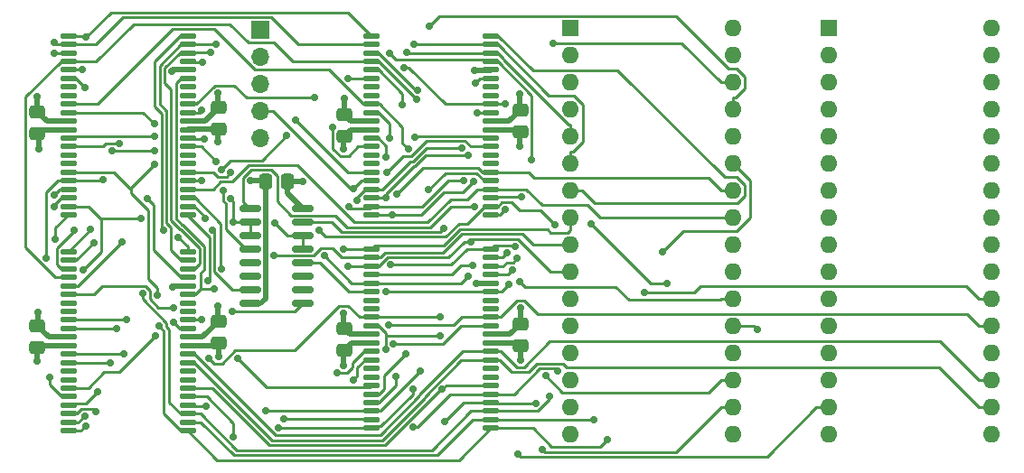
<source format=gtl>
G04 #@! TF.GenerationSoftware,KiCad,Pcbnew,8.0.0*
G04 #@! TF.CreationDate,2024-03-01T08:43:16-05:00*
G04 #@! TF.ProjectId,Rosco-MiniHat-4Mb,526f7363-6f2d-44d6-996e-694861742d34,rev?*
G04 #@! TF.SameCoordinates,Original*
G04 #@! TF.FileFunction,Copper,L1,Top*
G04 #@! TF.FilePolarity,Positive*
%FSLAX46Y46*%
G04 Gerber Fmt 4.6, Leading zero omitted, Abs format (unit mm)*
G04 Created by KiCad (PCBNEW 8.0.0) date 2024-03-01 08:43:16*
%MOMM*%
%LPD*%
G01*
G04 APERTURE LIST*
G04 Aperture macros list*
%AMRoundRect*
0 Rectangle with rounded corners*
0 $1 Rounding radius*
0 $2 $3 $4 $5 $6 $7 $8 $9 X,Y pos of 4 corners*
0 Add a 4 corners polygon primitive as box body*
4,1,4,$2,$3,$4,$5,$6,$7,$8,$9,$2,$3,0*
0 Add four circle primitives for the rounded corners*
1,1,$1+$1,$2,$3*
1,1,$1+$1,$4,$5*
1,1,$1+$1,$6,$7*
1,1,$1+$1,$8,$9*
0 Add four rect primitives between the rounded corners*
20,1,$1+$1,$2,$3,$4,$5,0*
20,1,$1+$1,$4,$5,$6,$7,0*
20,1,$1+$1,$6,$7,$8,$9,0*
20,1,$1+$1,$8,$9,$2,$3,0*%
G04 Aperture macros list end*
G04 #@! TA.AperFunction,ComponentPad*
%ADD10R,1.700000X1.700000*%
G04 #@! TD*
G04 #@! TA.AperFunction,ComponentPad*
%ADD11O,1.700000X1.700000*%
G04 #@! TD*
G04 #@! TA.AperFunction,SMDPad,CuDef*
%ADD12RoundRect,0.250000X-0.475000X0.337500X-0.475000X-0.337500X0.475000X-0.337500X0.475000X0.337500X0*%
G04 #@! TD*
G04 #@! TA.AperFunction,SMDPad,CuDef*
%ADD13RoundRect,0.137500X-0.625000X-0.137500X0.625000X-0.137500X0.625000X0.137500X-0.625000X0.137500X0*%
G04 #@! TD*
G04 #@! TA.AperFunction,ComponentPad*
%ADD14R,1.600000X1.600000*%
G04 #@! TD*
G04 #@! TA.AperFunction,ComponentPad*
%ADD15O,1.600000X1.600000*%
G04 #@! TD*
G04 #@! TA.AperFunction,SMDPad,CuDef*
%ADD16RoundRect,0.250000X0.475000X-0.337500X0.475000X0.337500X-0.475000X0.337500X-0.475000X-0.337500X0*%
G04 #@! TD*
G04 #@! TA.AperFunction,SMDPad,CuDef*
%ADD17RoundRect,0.250000X0.337500X0.475000X-0.337500X0.475000X-0.337500X-0.475000X0.337500X-0.475000X0*%
G04 #@! TD*
G04 #@! TA.AperFunction,SMDPad,CuDef*
%ADD18RoundRect,0.150000X-0.825000X-0.150000X0.825000X-0.150000X0.825000X0.150000X-0.825000X0.150000X0*%
G04 #@! TD*
G04 #@! TA.AperFunction,ViaPad*
%ADD19C,0.700000*%
G04 #@! TD*
G04 #@! TA.AperFunction,Conductor*
%ADD20C,0.500000*%
G04 #@! TD*
G04 #@! TA.AperFunction,Conductor*
%ADD21C,0.250000*%
G04 #@! TD*
G04 APERTURE END LIST*
D10*
X58638000Y-52550000D03*
D11*
X58638000Y-55090000D03*
X58638000Y-57630000D03*
X58638000Y-60170000D03*
X58638000Y-62710000D03*
D12*
X37750000Y-60212500D03*
X37750000Y-62287500D03*
D13*
X40662500Y-73350000D03*
X40662500Y-74150000D03*
X40662500Y-74950000D03*
X40662500Y-75750000D03*
X40662500Y-76550000D03*
X40662500Y-77350000D03*
X40662500Y-78150000D03*
X40662500Y-78950000D03*
X40662500Y-79750000D03*
X40662500Y-80550000D03*
X40662500Y-81350000D03*
X40662500Y-82150000D03*
X40662500Y-82950000D03*
X40662500Y-83750000D03*
X40662500Y-84550000D03*
X40662500Y-85350000D03*
X40662500Y-86150000D03*
X40662500Y-86950000D03*
X40662500Y-87750000D03*
X40662500Y-88550000D03*
X40662500Y-89350000D03*
X40662500Y-90150000D03*
X51837500Y-90150000D03*
X51837500Y-89350000D03*
X51837500Y-88550000D03*
X51837500Y-87750000D03*
X51837500Y-86950000D03*
X51837500Y-86150000D03*
X51837500Y-85350000D03*
X51837500Y-84550000D03*
X51837500Y-83750000D03*
X51837500Y-82950000D03*
X51837500Y-82150000D03*
X51837500Y-81350000D03*
X51837500Y-80550000D03*
X51837500Y-79750000D03*
X51837500Y-78950000D03*
X51837500Y-78150000D03*
X51837500Y-77350000D03*
X51837500Y-76550000D03*
X51837500Y-75750000D03*
X51837500Y-74950000D03*
X51837500Y-74150000D03*
X51837500Y-73350000D03*
D14*
X111867000Y-52387000D03*
D15*
X111867000Y-54927000D03*
X111867000Y-57467000D03*
X111867000Y-60007000D03*
X111867000Y-62547000D03*
X111867000Y-65087000D03*
X111867000Y-67627000D03*
X111867000Y-70167000D03*
X111867000Y-72707000D03*
X111867000Y-75247000D03*
X111867000Y-77787000D03*
X111867000Y-80327000D03*
X111867000Y-82867000D03*
X111867000Y-85407000D03*
X111867000Y-87947000D03*
X111867000Y-90487000D03*
X127107000Y-90487000D03*
X127107000Y-87947000D03*
X127107000Y-85407000D03*
X127107000Y-82867000D03*
X127107000Y-80327000D03*
X127107000Y-77787000D03*
X127107000Y-75247000D03*
X127107000Y-72707000D03*
X127107000Y-70167000D03*
X127107000Y-67627000D03*
X127107000Y-65087000D03*
X127107000Y-62547000D03*
X127107000Y-60007000D03*
X127107000Y-57467000D03*
X127107000Y-54927000D03*
X127107000Y-52387000D03*
D16*
X83000000Y-62133000D03*
X83000000Y-60058000D03*
X83000000Y-82183500D03*
X83000000Y-80108500D03*
D13*
X69082500Y-53100000D03*
X69082500Y-53900000D03*
X69082500Y-54700000D03*
X69082500Y-55500000D03*
X69082500Y-56300000D03*
X69082500Y-57100000D03*
X69082500Y-57900000D03*
X69082500Y-58700000D03*
X69082500Y-59500000D03*
X69082500Y-60300000D03*
X69082500Y-61100000D03*
X69082500Y-61900000D03*
X69082500Y-62700000D03*
X69082500Y-63500000D03*
X69082500Y-64300000D03*
X69082500Y-65100000D03*
X69082500Y-65900000D03*
X69082500Y-66700000D03*
X69082500Y-67500000D03*
X69082500Y-68300000D03*
X69082500Y-69100000D03*
X69082500Y-69900000D03*
X80257500Y-69900000D03*
X80257500Y-69100000D03*
X80257500Y-68300000D03*
X80257500Y-67500000D03*
X80257500Y-66700000D03*
X80257500Y-65900000D03*
X80257500Y-65100000D03*
X80257500Y-64300000D03*
X80257500Y-63500000D03*
X80257500Y-62700000D03*
X80257500Y-61900000D03*
X80257500Y-61100000D03*
X80257500Y-60300000D03*
X80257500Y-59500000D03*
X80257500Y-58700000D03*
X80257500Y-57900000D03*
X80257500Y-57100000D03*
X80257500Y-56300000D03*
X80257500Y-55500000D03*
X80257500Y-54700000D03*
X80257500Y-53900000D03*
X80257500Y-53100000D03*
D16*
X54750000Y-81933500D03*
X54750000Y-79858500D03*
X54750000Y-61883000D03*
X54750000Y-59808000D03*
D14*
X87667000Y-52387000D03*
D15*
X87667000Y-54927000D03*
X87667000Y-57467000D03*
X87667000Y-60007000D03*
X87667000Y-62547000D03*
X87667000Y-65087000D03*
X87667000Y-67627000D03*
X87667000Y-70167000D03*
X87667000Y-72707000D03*
X87667000Y-75247000D03*
X87667000Y-77787000D03*
X87667000Y-80327000D03*
X87667000Y-82867000D03*
X87667000Y-85407000D03*
X87667000Y-87947000D03*
X87667000Y-90487000D03*
X102907000Y-90487000D03*
X102907000Y-87947000D03*
X102907000Y-85407000D03*
X102907000Y-82867000D03*
X102907000Y-80327000D03*
X102907000Y-77787000D03*
X102907000Y-75247000D03*
X102907000Y-72707000D03*
X102907000Y-70167000D03*
X102907000Y-67627000D03*
X102907000Y-65087000D03*
X102907000Y-62547000D03*
X102907000Y-60007000D03*
X102907000Y-57467000D03*
X102907000Y-54927000D03*
X102907000Y-52387000D03*
D12*
X66500000Y-80552000D03*
X66500000Y-82627000D03*
D17*
X61187500Y-66750000D03*
X59112500Y-66750000D03*
D12*
X66500000Y-60462500D03*
X66500000Y-62537500D03*
D18*
X57675000Y-69305000D03*
X57675000Y-70575000D03*
X57675000Y-71845000D03*
X57675000Y-73115000D03*
X57675000Y-74385000D03*
X57675000Y-75655000D03*
X57675000Y-76925000D03*
X57675000Y-78195000D03*
X62625000Y-78195000D03*
X62625000Y-76925000D03*
X62625000Y-75655000D03*
X62625000Y-74385000D03*
X62625000Y-73115000D03*
X62625000Y-71845000D03*
X62625000Y-70575000D03*
X62625000Y-69305000D03*
D13*
X69082500Y-73100000D03*
X69082500Y-73900000D03*
X69082500Y-74700000D03*
X69082500Y-75500000D03*
X69082500Y-76300000D03*
X69082500Y-77100000D03*
X69082500Y-77900000D03*
X69082500Y-78700000D03*
X69082500Y-79500000D03*
X69082500Y-80300000D03*
X69082500Y-81100000D03*
X69082500Y-81900000D03*
X69082500Y-82700000D03*
X69082500Y-83500000D03*
X69082500Y-84300000D03*
X69082500Y-85100000D03*
X69082500Y-85900000D03*
X69082500Y-86700000D03*
X69082500Y-87500000D03*
X69082500Y-88300000D03*
X69082500Y-89100000D03*
X69082500Y-89900000D03*
X80257500Y-89900000D03*
X80257500Y-89100000D03*
X80257500Y-88300000D03*
X80257500Y-87500000D03*
X80257500Y-86700000D03*
X80257500Y-85900000D03*
X80257500Y-85100000D03*
X80257500Y-84300000D03*
X80257500Y-83500000D03*
X80257500Y-82700000D03*
X80257500Y-81900000D03*
X80257500Y-81100000D03*
X80257500Y-80300000D03*
X80257500Y-79500000D03*
X80257500Y-78700000D03*
X80257500Y-77900000D03*
X80257500Y-77100000D03*
X80257500Y-76300000D03*
X80257500Y-75500000D03*
X80257500Y-74700000D03*
X80257500Y-73900000D03*
X80257500Y-73100000D03*
D12*
X37750000Y-80302000D03*
X37750000Y-82377000D03*
D13*
X40662500Y-53100000D03*
X40662500Y-53900000D03*
X40662500Y-54700000D03*
X40662500Y-55500000D03*
X40662500Y-56300000D03*
X40662500Y-57100000D03*
X40662500Y-57900000D03*
X40662500Y-58700000D03*
X40662500Y-59500000D03*
X40662500Y-60300000D03*
X40662500Y-61100000D03*
X40662500Y-61900000D03*
X40662500Y-62700000D03*
X40662500Y-63500000D03*
X40662500Y-64300000D03*
X40662500Y-65100000D03*
X40662500Y-65900000D03*
X40662500Y-66700000D03*
X40662500Y-67500000D03*
X40662500Y-68300000D03*
X40662500Y-69100000D03*
X40662500Y-69900000D03*
X51837500Y-69900000D03*
X51837500Y-69100000D03*
X51837500Y-68300000D03*
X51837500Y-67500000D03*
X51837500Y-66700000D03*
X51837500Y-65900000D03*
X51837500Y-65100000D03*
X51837500Y-64300000D03*
X51837500Y-63500000D03*
X51837500Y-62700000D03*
X51837500Y-61900000D03*
X51837500Y-61100000D03*
X51837500Y-60300000D03*
X51837500Y-59500000D03*
X51837500Y-58700000D03*
X51837500Y-57900000D03*
X51837500Y-57100000D03*
X51837500Y-56300000D03*
X51837500Y-55500000D03*
X51837500Y-54700000D03*
X51837500Y-53900000D03*
X51837500Y-53100000D03*
D19*
X78700000Y-56350000D03*
X37800000Y-79050000D03*
X83050000Y-83500000D03*
X66500000Y-59000000D03*
X50350000Y-56400000D03*
X82950000Y-63500000D03*
X50450000Y-76650000D03*
X78900000Y-76350000D03*
X62600000Y-66750000D03*
X66400000Y-79150000D03*
X54750000Y-83150000D03*
X37750000Y-58800000D03*
X54700000Y-63050000D03*
X82900000Y-58550000D03*
X57750000Y-66700000D03*
X37750000Y-83600000D03*
X66450000Y-84000000D03*
X66450000Y-63700000D03*
X54700000Y-78450000D03*
X37900000Y-63700000D03*
X54650000Y-58450000D03*
X83000000Y-78650000D03*
X43931300Y-66550200D03*
X38605900Y-73963900D03*
X72237300Y-82956700D03*
X67382300Y-67465700D03*
X38885900Y-85160000D03*
X60029200Y-70654900D03*
X56140800Y-70575000D03*
X55872700Y-68355200D03*
X77510100Y-63637100D03*
X67666600Y-68544600D03*
X71301400Y-85055700D03*
X43391300Y-86486000D03*
X39308800Y-68065600D03*
X66954300Y-69108000D03*
X77691700Y-66670500D03*
X60837900Y-89060800D03*
X47453000Y-70205600D03*
X42177100Y-88752800D03*
X42020800Y-75086500D03*
X81572900Y-69424100D03*
X91159000Y-90969800D03*
X49136200Y-80326700D03*
X53708500Y-76049400D03*
X89647700Y-70736700D03*
X85775200Y-86916600D03*
X83086000Y-68200700D03*
X47597700Y-77279200D03*
X55032800Y-75009500D03*
X96767600Y-76340800D03*
X53977900Y-54644300D03*
X82679200Y-73997500D03*
X72329500Y-54618600D03*
X81788900Y-73480700D03*
X73033100Y-53900000D03*
X54520400Y-53900000D03*
X50978100Y-71984100D03*
X49596700Y-71324800D03*
X70828600Y-74584000D03*
X82479200Y-72829200D03*
X66399400Y-73085700D03*
X42336200Y-53218900D03*
X42760200Y-71228800D03*
X43038000Y-72485300D03*
X39338400Y-53716700D03*
X59936400Y-73742500D03*
X41187700Y-71341100D03*
X66819100Y-74700000D03*
X73386600Y-58170600D03*
X39346900Y-54701600D03*
X78395100Y-72402500D03*
X78525000Y-74609800D03*
X73279000Y-59076500D03*
X45667100Y-72421100D03*
X78126300Y-75624000D03*
X64616000Y-73744700D03*
X41977600Y-56300000D03*
X71955700Y-59591400D03*
X72500800Y-63736400D03*
X48714800Y-61338300D03*
X70730900Y-62712500D03*
X70442700Y-64489300D03*
X48714800Y-62525600D03*
X65419300Y-61645800D03*
X45448500Y-63202500D03*
X70524400Y-65906100D03*
X54479700Y-64860100D03*
X85046900Y-91885600D03*
X85397600Y-84987100D03*
X73122500Y-62586500D03*
X53424300Y-62754000D03*
X78940800Y-60300000D03*
X53168900Y-60061400D03*
X72068000Y-56073100D03*
X81584500Y-59500000D03*
X63736500Y-58900000D03*
X105199100Y-80630100D03*
X78668100Y-69100000D03*
X82977100Y-76191200D03*
X44785100Y-63879400D03*
X48714800Y-63879400D03*
X74409700Y-67522000D03*
X86530400Y-84567200D03*
X72972400Y-89791200D03*
X53154600Y-66700000D03*
X56141000Y-90683000D03*
X48040600Y-68354800D03*
X70712700Y-54697400D03*
X82239100Y-75065800D03*
X53181600Y-55613600D03*
X84074800Y-64697600D03*
X84434500Y-87559400D03*
X75885500Y-89285500D03*
X53525600Y-87824000D03*
X71431100Y-67918500D03*
X75690200Y-86252300D03*
X55885900Y-65951000D03*
X78769900Y-57557200D03*
X54302400Y-76868500D03*
X70440100Y-77100000D03*
X96285900Y-73389800D03*
X81929900Y-76419700D03*
X89842600Y-89100000D03*
X64127900Y-71341700D03*
X86279200Y-70854800D03*
X53448300Y-70190100D03*
X78099400Y-64323300D03*
X73613300Y-84581700D03*
X39346600Y-69109700D03*
X86073000Y-53800100D03*
X43206600Y-88310000D03*
X59144500Y-88300000D03*
X70433200Y-68300000D03*
X72927800Y-86237000D03*
X70999900Y-69900000D03*
X78611100Y-66752600D03*
X39445600Y-72166700D03*
X60360100Y-89873300D03*
X42290700Y-89678600D03*
X75792000Y-71200400D03*
X94595000Y-77171700D03*
X53822500Y-83328900D03*
X75515900Y-79500000D03*
X46085300Y-79750000D03*
X70402000Y-82539100D03*
X75515900Y-81267500D03*
X45177000Y-80550000D03*
X82796600Y-92328100D03*
X65861800Y-84718000D03*
X45884500Y-82950000D03*
X44588200Y-83750000D03*
X67341300Y-85396500D03*
X71105600Y-81962500D03*
X50521700Y-79939100D03*
X70693400Y-80256800D03*
X53163700Y-79750000D03*
X48714800Y-65181900D03*
X61974300Y-61002600D03*
X74470900Y-52174600D03*
X48850900Y-81228700D03*
X48978300Y-77459700D03*
X56531800Y-83375900D03*
X66890800Y-57100000D03*
X61127200Y-62457900D03*
X54965200Y-65650600D03*
X55163900Y-67644400D03*
X42239200Y-57969300D03*
X54164700Y-71336000D03*
X56030200Y-78980100D03*
X50490700Y-78578600D03*
D20*
X78700000Y-56350000D02*
X80207500Y-56350000D01*
X54700000Y-63050000D02*
X54700000Y-61933000D01*
X38637500Y-61100000D02*
X40662500Y-61100000D01*
X37750000Y-58800000D02*
X37750000Y-60212500D01*
X51854500Y-61883000D02*
X51837500Y-61900000D01*
X50450000Y-56300000D02*
X50350000Y-56400000D01*
X37800000Y-79050000D02*
X37800000Y-80252000D01*
X37750000Y-60212500D02*
X38637500Y-61100000D01*
X66500000Y-60462500D02*
X67137500Y-61100000D01*
X83050000Y-83500000D02*
X83050000Y-82233500D01*
X80207500Y-76350000D02*
X80257500Y-76300000D01*
X67137500Y-61100000D02*
X69082500Y-61100000D01*
X83000000Y-62133000D02*
X82767000Y-61900000D01*
X67048000Y-81100000D02*
X69082500Y-81100000D01*
X66400000Y-79150000D02*
X66400000Y-80452000D01*
X50550000Y-76550000D02*
X51837500Y-76550000D01*
X37800000Y-80252000D02*
X37750000Y-80302000D01*
X66500000Y-80552000D02*
X67048000Y-81100000D01*
X82950000Y-62183000D02*
X83000000Y-62133000D01*
X62600000Y-66750000D02*
X61187500Y-66750000D01*
X38798000Y-81350000D02*
X40662500Y-81350000D01*
X54750000Y-61883000D02*
X51854500Y-61883000D01*
X83050000Y-82233500D02*
X83000000Y-82183500D01*
X54750000Y-81933500D02*
X54533500Y-82150000D01*
X54700000Y-61933000D02*
X54750000Y-61883000D01*
X61187500Y-67867500D02*
X62625000Y-69305000D01*
X80207500Y-56350000D02*
X80257500Y-56300000D01*
X51837500Y-56300000D02*
X50450000Y-56300000D01*
X78900000Y-76350000D02*
X80207500Y-76350000D01*
X50450000Y-76650000D02*
X50550000Y-76550000D01*
X54533500Y-82150000D02*
X51837500Y-82150000D01*
X82716500Y-81900000D02*
X80257500Y-81900000D01*
X82950000Y-63500000D02*
X82950000Y-62183000D01*
X61187500Y-66750000D02*
X61187500Y-67867500D01*
X66500000Y-59000000D02*
X66500000Y-60462500D01*
X83000000Y-82183500D02*
X82716500Y-81900000D01*
X82767000Y-61900000D02*
X80257500Y-61900000D01*
X37750000Y-80302000D02*
X38798000Y-81350000D01*
X66400000Y-80452000D02*
X66500000Y-80552000D01*
X54750000Y-83150000D02*
X54750000Y-81933500D01*
X37750000Y-62287500D02*
X38137500Y-61900000D01*
X53258500Y-81350000D02*
X51837500Y-81350000D01*
X83000000Y-60058000D02*
X81958000Y-61100000D01*
X66500000Y-82627000D02*
X67227000Y-81900000D01*
X83000000Y-80108500D02*
X82008500Y-81100000D01*
X67227000Y-81900000D02*
X69082500Y-81900000D01*
X66500000Y-62537500D02*
X67137500Y-61900000D01*
X54750000Y-79858500D02*
X53258500Y-81350000D01*
X81958000Y-61100000D02*
X80257500Y-61100000D01*
X83000000Y-78650000D02*
X83000000Y-80108500D01*
X54700000Y-78450000D02*
X54700000Y-79808500D01*
X82008500Y-81100000D02*
X80257500Y-81100000D01*
X37750000Y-82377000D02*
X37977000Y-82150000D01*
X66450000Y-63700000D02*
X66450000Y-62587500D01*
X59112500Y-66750000D02*
X59112500Y-77732500D01*
X82900000Y-59958000D02*
X83000000Y-60058000D01*
X54650000Y-59708000D02*
X54750000Y-59808000D01*
X82900000Y-58550000D02*
X82900000Y-59958000D01*
X57750000Y-66700000D02*
X59062500Y-66700000D01*
X59112500Y-77732500D02*
X58650000Y-78195000D01*
X67137500Y-61900000D02*
X69082500Y-61900000D01*
X53458000Y-61100000D02*
X51837500Y-61100000D01*
X37750000Y-83600000D02*
X37750000Y-82377000D01*
X59062500Y-66700000D02*
X59112500Y-66750000D01*
X37900000Y-63700000D02*
X37900000Y-62437500D01*
X66450000Y-82677000D02*
X66500000Y-82627000D01*
X66450000Y-62587500D02*
X66500000Y-62537500D01*
X37977000Y-82150000D02*
X40662500Y-82150000D01*
X38137500Y-61900000D02*
X40662500Y-61900000D01*
X66450000Y-84000000D02*
X66450000Y-82677000D01*
X54700000Y-79808500D02*
X54750000Y-79858500D01*
X37900000Y-62437500D02*
X37750000Y-62287500D01*
X58650000Y-78195000D02*
X57675000Y-78195000D01*
X54750000Y-59808000D02*
X53458000Y-61100000D01*
X54650000Y-58450000D02*
X54650000Y-59708000D01*
D21*
X67382300Y-67465700D02*
X67110600Y-67465700D01*
X67110600Y-67465700D02*
X59814900Y-60170000D01*
X39649100Y-66700000D02*
X40662500Y-66700000D01*
X69082500Y-66700000D02*
X68148000Y-66700000D01*
X40662500Y-66700000D02*
X43781500Y-66700000D01*
X70210900Y-84983100D02*
X70210900Y-86262800D01*
X38605900Y-67743200D02*
X39649100Y-66700000D01*
X38885900Y-85160000D02*
X38885900Y-85834900D01*
X72237300Y-82956700D02*
X70210900Y-84983100D01*
X43781500Y-66700000D02*
X43931300Y-66550200D01*
X38605900Y-73963900D02*
X38605900Y-67743200D01*
X68148000Y-66700000D02*
X67382300Y-67465700D01*
X70210900Y-86262800D02*
X69773700Y-86700000D01*
X38885900Y-85834900D02*
X40001000Y-86950000D01*
X69773700Y-86700000D02*
X69082500Y-86700000D01*
X58638000Y-60170000D02*
X59814900Y-60170000D01*
X40001000Y-86950000D02*
X40662500Y-86950000D01*
X62625000Y-71845000D02*
X61219300Y-71845000D01*
X61219300Y-71845000D02*
X60029200Y-70654900D01*
X56140800Y-68623300D02*
X55872700Y-68355200D01*
X57675000Y-70575000D02*
X57675000Y-71845000D01*
X57675000Y-70575000D02*
X56140800Y-70575000D01*
X62625000Y-71845000D02*
X62625000Y-73115000D01*
X56140800Y-70575000D02*
X56140800Y-68623300D01*
X69082500Y-67500000D02*
X70033300Y-67500000D01*
X39308800Y-68065600D02*
X39874400Y-67500000D01*
X71301400Y-85910200D02*
X71301400Y-85055700D01*
X69082500Y-67500000D02*
X68432000Y-67500000D01*
X69711600Y-87500000D02*
X71301400Y-85910200D01*
X70033300Y-67500000D02*
X72668100Y-64865200D01*
X42324900Y-87552400D02*
X40860100Y-87552400D01*
X69082500Y-87500000D02*
X69711600Y-87500000D01*
X67666600Y-68265400D02*
X67666600Y-68544600D01*
X39874400Y-67500000D02*
X40662500Y-67500000D01*
X68432000Y-67500000D02*
X67666600Y-68265400D01*
X43391300Y-86486000D02*
X42324900Y-87552400D01*
X72968400Y-64865200D02*
X74196400Y-63637200D01*
X77510100Y-63637200D02*
X77510100Y-63637100D01*
X72668100Y-64865200D02*
X72968400Y-64865200D01*
X40860100Y-87552400D02*
X40662500Y-87750000D01*
X74196400Y-63637200D02*
X77510100Y-63637200D01*
X43767600Y-73339700D02*
X43767600Y-70349500D01*
X69043300Y-89060800D02*
X60837900Y-89060800D01*
X42020800Y-75086500D02*
X43767600Y-73339700D01*
X43767600Y-70349500D02*
X42518100Y-69100000D01*
X69082500Y-69100000D02*
X73789000Y-69100000D01*
X47453000Y-70205600D02*
X43911500Y-70205600D01*
X69082500Y-89100000D02*
X69043300Y-89060800D01*
X69082500Y-69100000D02*
X68921900Y-69260600D01*
X41579900Y-89350000D02*
X42177100Y-88752800D01*
X42518100Y-69100000D02*
X40662500Y-69100000D01*
X68921900Y-69260600D02*
X67106900Y-69260600D01*
X40662500Y-89350000D02*
X41579900Y-89350000D01*
X67106900Y-69260600D02*
X66954300Y-69108000D01*
X73789000Y-69100000D02*
X76218500Y-66670500D01*
X76218500Y-66670500D02*
X77691700Y-66670500D01*
X43911500Y-70205600D02*
X43767600Y-70349500D01*
X53865000Y-75892900D02*
X53708500Y-76049400D01*
X51837500Y-69968800D02*
X53865000Y-71996300D01*
X91159000Y-90969800D02*
X90502800Y-91626000D01*
X85922400Y-91626000D02*
X84196400Y-89900000D01*
X77232400Y-92925100D02*
X54612600Y-92925100D01*
X51189500Y-90150000D02*
X51837500Y-90150000D01*
X84196400Y-89900000D02*
X80257500Y-89900000D01*
X80257500Y-69900000D02*
X81097000Y-69900000D01*
X53865000Y-71996300D02*
X53865000Y-75892900D01*
X51837500Y-69900000D02*
X51837500Y-69968800D01*
X49136200Y-80328900D02*
X49596600Y-80789300D01*
X49136200Y-80326700D02*
X49136200Y-80328900D01*
X49596600Y-88557100D02*
X51189500Y-90150000D01*
X80257500Y-89900000D02*
X77232400Y-92925100D01*
X81097000Y-69900000D02*
X81572900Y-69424100D01*
X49596600Y-80789300D02*
X49596600Y-88557100D01*
X90502800Y-91626000D02*
X85922400Y-91626000D01*
X54612600Y-92925100D02*
X51837500Y-90150000D01*
X53050800Y-88550000D02*
X51837500Y-88550000D01*
X80257500Y-88300000D02*
X78387200Y-88300000D01*
X51837500Y-88550000D02*
X51157200Y-88550000D01*
X49843900Y-80397500D02*
X49843900Y-80034000D01*
X74721500Y-91965700D02*
X56466500Y-91965700D01*
X83086000Y-68200700D02*
X80356800Y-68200700D01*
X49843900Y-80034000D02*
X47597700Y-77787800D01*
X84657500Y-88300000D02*
X80257500Y-88300000D01*
X50069200Y-80622800D02*
X49843900Y-80397500D01*
X85775200Y-86916600D02*
X85775200Y-87182300D01*
X54934700Y-70697600D02*
X54934700Y-74911400D01*
X56466500Y-91965700D02*
X53050800Y-88550000D01*
X80356800Y-68200700D02*
X80257500Y-68300000D01*
X52537100Y-68300000D02*
X54934700Y-70697600D01*
X51837500Y-68300000D02*
X52537100Y-68300000D01*
X54934700Y-74911400D02*
X55032800Y-75009500D01*
X96767600Y-76340800D02*
X95251800Y-76340800D01*
X78387200Y-88300000D02*
X74721500Y-91965700D01*
X95251800Y-76340800D02*
X89647700Y-70736700D01*
X51157200Y-88550000D02*
X50069200Y-87462000D01*
X50069200Y-87462000D02*
X50069200Y-80622800D01*
X47597700Y-77787800D02*
X47597700Y-77279200D01*
X85775200Y-87182300D02*
X84657500Y-88300000D01*
X49658400Y-57489300D02*
X50295600Y-58126500D01*
X81714200Y-74350400D02*
X81364600Y-74700000D01*
X82326300Y-74350400D02*
X81714200Y-74350400D01*
X87475200Y-61420100D02*
X81418100Y-55363000D01*
X49658400Y-56119700D02*
X49658400Y-57489300D01*
X82679200Y-73997500D02*
X82326300Y-74350400D01*
X52961200Y-73009800D02*
X52961200Y-74453700D01*
X81418100Y-55363000D02*
X81418100Y-55222700D01*
X81364600Y-74700000D02*
X80257500Y-74700000D01*
X51078100Y-54700000D02*
X49658400Y-56119700D01*
X80257500Y-54700000D02*
X72410900Y-54700000D01*
X72410900Y-54700000D02*
X72329500Y-54618600D01*
X80895400Y-54700000D02*
X80257500Y-54700000D01*
X50295600Y-58126500D02*
X50295600Y-70427300D01*
X52464900Y-74950000D02*
X51837500Y-74950000D01*
X87667000Y-61420100D02*
X87475200Y-61420100D01*
X87667000Y-62547000D02*
X87667000Y-61420100D01*
X51192600Y-71241200D02*
X52961200Y-73009800D01*
X81418100Y-55222700D02*
X80895400Y-54700000D01*
X51893200Y-54644300D02*
X53977900Y-54644300D01*
X50295600Y-70427300D02*
X51109500Y-71241200D01*
X51837500Y-54700000D02*
X51893200Y-54644300D01*
X51109500Y-71241200D02*
X51192600Y-71241200D01*
X52961200Y-74453700D02*
X52464900Y-74950000D01*
X51837500Y-54700000D02*
X51078100Y-54700000D01*
X87667000Y-63960100D02*
X87948700Y-63960100D01*
X54520400Y-53900000D02*
X51837500Y-53900000D01*
X87948700Y-63960100D02*
X88833500Y-63075300D01*
X51837500Y-53900000D02*
X51204300Y-53900000D01*
X49206500Y-55897800D02*
X49206500Y-59479700D01*
X49206500Y-59479700D02*
X49843700Y-60116900D01*
X49843700Y-70614500D02*
X50301200Y-71072000D01*
X51217500Y-74150000D02*
X51837500Y-74150000D01*
X88833500Y-59531700D02*
X88008900Y-58707100D01*
X87667000Y-65087000D02*
X87667000Y-63960100D01*
X85684600Y-58707100D02*
X80877500Y-53900000D01*
X51204300Y-53900000D02*
X49206500Y-55897800D01*
X88833500Y-63075300D02*
X88833500Y-59531700D01*
X80257500Y-73900000D02*
X81369600Y-73900000D01*
X49843700Y-60116900D02*
X49843700Y-70614500D01*
X80257500Y-53900000D02*
X73033100Y-53900000D01*
X50301200Y-73233700D02*
X51217500Y-74150000D01*
X81369600Y-73900000D02*
X81788900Y-73480700D01*
X88008900Y-58707100D02*
X85684600Y-58707100D01*
X80877500Y-53900000D02*
X80257500Y-53900000D01*
X50301200Y-71072000D02*
X50301200Y-73233700D01*
X103364400Y-68801600D02*
X104058600Y-68107400D01*
X48754600Y-59768200D02*
X49391800Y-60405400D01*
X51146600Y-53100000D02*
X48754600Y-55492000D01*
X49391800Y-60405400D02*
X49391800Y-71119900D01*
X80605200Y-72752300D02*
X80257500Y-73100000D01*
X51837500Y-53100000D02*
X51146600Y-53100000D01*
X76531900Y-74584000D02*
X70828600Y-74584000D01*
X78015900Y-73100000D02*
X76531900Y-74584000D01*
X104058600Y-67117400D02*
X103298200Y-66357000D01*
X82402300Y-72752300D02*
X80605200Y-72752300D01*
X92123100Y-56338300D02*
X84174700Y-56338300D01*
X82479200Y-72829200D02*
X82402300Y-72752300D01*
X84174700Y-56338300D02*
X80936400Y-53100000D01*
X51837500Y-72843500D02*
X51837500Y-73350000D01*
X50978100Y-71984100D02*
X51837500Y-72843500D01*
X102141800Y-66357000D02*
X92123100Y-56338300D01*
X87667000Y-67627000D02*
X88793900Y-67627000D01*
X48754600Y-55492000D02*
X48754600Y-59768200D01*
X80936400Y-53100000D02*
X80257500Y-53100000D01*
X103298200Y-66357000D02*
X102141800Y-66357000D01*
X80257500Y-73100000D02*
X78015900Y-73100000D01*
X89968500Y-68801600D02*
X103364400Y-68801600D01*
X104058600Y-68107400D02*
X104058600Y-67117400D01*
X49391800Y-71119900D02*
X49596700Y-71324800D01*
X88793900Y-67627000D02*
X89968500Y-68801600D01*
X40662500Y-73326500D02*
X42760200Y-71228800D01*
X42217300Y-53100000D02*
X40662500Y-53100000D01*
X66893700Y-50911200D02*
X44643900Y-50911200D01*
X87667000Y-70167000D02*
X87667000Y-71293900D01*
X42336200Y-53218900D02*
X42217300Y-53100000D01*
X85533900Y-71246000D02*
X85854600Y-71566700D01*
X69082500Y-73085700D02*
X66399400Y-73085700D01*
X44643900Y-50911200D02*
X42336200Y-53218900D01*
X69082500Y-53100000D02*
X66893700Y-50911200D01*
X69082500Y-73100000D02*
X69082500Y-73085700D01*
X87394200Y-71566700D02*
X87667000Y-71293900D01*
X75817500Y-72771300D02*
X77342800Y-71246000D01*
X69396900Y-72771300D02*
X75817500Y-72771300D01*
X40662500Y-73350000D02*
X40662500Y-73326500D01*
X85854600Y-71566700D02*
X87394200Y-71566700D01*
X69082500Y-73085700D02*
X69396900Y-72771300D01*
X77342800Y-71246000D02*
X85533900Y-71246000D01*
X63657500Y-73742500D02*
X59936400Y-73742500D01*
X70324300Y-73453000D02*
X75774900Y-73453000D01*
X77530000Y-71697900D02*
X83199600Y-71697900D01*
X59638700Y-51373100D02*
X45758300Y-51373100D01*
X84208700Y-72707000D02*
X86540100Y-72707000D01*
X39521700Y-53900000D02*
X39338400Y-53716700D01*
X45758300Y-51373100D02*
X43231400Y-53900000D01*
X66231200Y-73900000D02*
X65383700Y-73052500D01*
X69082500Y-73900000D02*
X66231200Y-73900000D01*
X41373300Y-74150000D02*
X40662500Y-74150000D01*
X69877300Y-73900000D02*
X70324300Y-73453000D01*
X43231400Y-53900000D02*
X40662500Y-53900000D01*
X64347500Y-73052500D02*
X63657500Y-73742500D01*
X69082500Y-73900000D02*
X69877300Y-73900000D01*
X65383700Y-73052500D02*
X64347500Y-73052500D01*
X62165600Y-53900000D02*
X59638700Y-51373100D01*
X83199600Y-71697900D02*
X84208700Y-72707000D01*
X43038000Y-72485300D02*
X41373300Y-74150000D01*
X87667000Y-72707000D02*
X86540100Y-72707000D01*
X69082500Y-53900000D02*
X62165600Y-53900000D01*
X40662500Y-53900000D02*
X39521700Y-53900000D01*
X75774900Y-73453000D02*
X77530000Y-71697900D01*
X69755400Y-74700000D02*
X69082500Y-74700000D01*
X76253500Y-73904900D02*
X70550500Y-73904900D01*
X40662500Y-74950000D02*
X39982200Y-74950000D01*
X70550500Y-73904900D02*
X69755400Y-74700000D01*
X69735900Y-54700000D02*
X69082500Y-54700000D01*
X78645300Y-72152300D02*
X78395100Y-72402500D01*
X73206500Y-58170600D02*
X69735900Y-54700000D01*
X40662500Y-54700000D02*
X39348500Y-54700000D01*
X39348500Y-54700000D02*
X39346900Y-54701600D01*
X39572600Y-72997000D02*
X41187700Y-71381900D01*
X41187700Y-71381900D02*
X41187700Y-71341100D01*
X73386600Y-58170600D02*
X73206500Y-58170600D01*
X39572600Y-74540400D02*
X39572600Y-72997000D01*
X39982200Y-74950000D02*
X39572600Y-74540400D01*
X77755900Y-72402500D02*
X76253500Y-73904900D01*
X86540100Y-75247000D02*
X85854300Y-75247000D01*
X87667000Y-75247000D02*
X86540100Y-75247000D01*
X69082500Y-74700000D02*
X66819100Y-74700000D01*
X82759600Y-72152300D02*
X78645300Y-72152300D01*
X85854300Y-75247000D02*
X82759600Y-72152300D01*
X78395100Y-72402500D02*
X77755900Y-72402500D01*
X76584100Y-75500000D02*
X69082500Y-75500000D01*
X40662500Y-55500000D02*
X43264200Y-55500000D01*
X61690100Y-55500000D02*
X69082500Y-55500000D01*
X40662500Y-55500000D02*
X39976400Y-55500000D01*
X78525000Y-74609800D02*
X77474300Y-74609800D01*
X43264200Y-55500000D02*
X46751700Y-52012500D01*
X39976400Y-55500000D02*
X36667000Y-58809400D01*
X55800200Y-52012500D02*
X57514600Y-53726900D01*
X59917000Y-53726900D02*
X61690100Y-55500000D01*
X77474300Y-74609800D02*
X76584100Y-75500000D01*
X36667000Y-58809400D02*
X36667000Y-72982200D01*
X57514600Y-53726900D02*
X59917000Y-53726900D01*
X39434800Y-75750000D02*
X40662500Y-75750000D01*
X36667000Y-72982200D02*
X39434800Y-75750000D01*
X69082500Y-55500000D02*
X69702500Y-55500000D01*
X46751700Y-52012500D02*
X55800200Y-52012500D01*
X69702500Y-55500000D02*
X73279000Y-59076500D01*
X69702500Y-56300000D02*
X69082500Y-56300000D01*
X71955700Y-59591400D02*
X71955700Y-58553200D01*
X40662500Y-76550000D02*
X41538200Y-76550000D01*
X64616000Y-73744700D02*
X67171300Y-76300000D01*
X77450300Y-76300000D02*
X69082500Y-76300000D01*
X40662500Y-56300000D02*
X41977600Y-56300000D01*
X71955700Y-58553200D02*
X69702500Y-56300000D01*
X67171300Y-76300000D02*
X69082500Y-76300000D01*
X41538200Y-76550000D02*
X45667100Y-72421100D01*
X78126300Y-75624000D02*
X77450300Y-76300000D01*
X69778800Y-59500000D02*
X69082500Y-59500000D01*
X58124500Y-56266900D02*
X54323400Y-52465800D01*
X54323400Y-52465800D02*
X50457100Y-52465800D01*
X68317500Y-59500000D02*
X65084400Y-56266900D01*
X71950600Y-61671800D02*
X69778800Y-59500000D01*
X50457100Y-52465800D02*
X43422900Y-59500000D01*
X72500800Y-63736400D02*
X71950600Y-63186200D01*
X65084400Y-56266900D02*
X58124500Y-56266900D01*
X69082500Y-59500000D02*
X68317500Y-59500000D01*
X71950600Y-63186200D02*
X71950600Y-61671800D01*
X43422900Y-59500000D02*
X40662500Y-59500000D01*
X40662500Y-60300000D02*
X47676500Y-60300000D01*
X47676500Y-60300000D02*
X48714800Y-61338300D01*
X69082500Y-60300000D02*
X69702500Y-60300000D01*
X69702500Y-60300000D02*
X70730900Y-61328400D01*
X70730900Y-61328400D02*
X70730900Y-62712500D01*
X69714000Y-62700000D02*
X69082500Y-62700000D01*
X70442700Y-63428700D02*
X69714000Y-62700000D01*
X40836900Y-62525600D02*
X48714800Y-62525600D01*
X70442700Y-64489300D02*
X70442700Y-63428700D01*
X40662500Y-62700000D02*
X40836900Y-62525600D01*
X66911600Y-64412200D02*
X66147000Y-64412200D01*
X45448500Y-63202500D02*
X44191400Y-63202500D01*
X69082500Y-63500000D02*
X67823800Y-63500000D01*
X66147000Y-64412200D02*
X65419300Y-63684500D01*
X43893900Y-63500000D02*
X40662500Y-63500000D01*
X65419300Y-63684500D02*
X65419300Y-61645800D01*
X67823800Y-63500000D02*
X66911600Y-64412200D01*
X44191400Y-63202500D02*
X43893900Y-63500000D01*
X51837500Y-63500000D02*
X53119600Y-63500000D01*
X53119600Y-63500000D02*
X54479700Y-64860100D01*
X72781200Y-64413300D02*
X72017200Y-64413300D01*
X80257500Y-63500000D02*
X78330300Y-63500000D01*
X78330300Y-63500000D02*
X77790500Y-62960200D01*
X101780100Y-87947000D02*
X97609300Y-92117800D01*
X77790500Y-62960200D02*
X74234300Y-62960200D01*
X102907000Y-87947000D02*
X101780100Y-87947000D01*
X74234300Y-62960200D02*
X72781200Y-64413300D01*
X85279100Y-92117800D02*
X85046900Y-91885600D01*
X97609300Y-92117800D02*
X85279100Y-92117800D01*
X72017200Y-64413300D02*
X70524400Y-65906100D01*
X73200700Y-62508300D02*
X73122500Y-62586500D01*
X80257500Y-62700000D02*
X80065800Y-62508300D01*
X53424300Y-62754000D02*
X51891500Y-62754000D01*
X51891500Y-62754000D02*
X51837500Y-62700000D01*
X80065800Y-62508300D02*
X73200700Y-62508300D01*
X101780100Y-85407000D02*
X100653200Y-86533900D01*
X102907000Y-85407000D02*
X101780100Y-85407000D01*
X100653200Y-86533900D02*
X86944400Y-86533900D01*
X86944400Y-86533900D02*
X85397600Y-84987100D01*
X52930300Y-60300000D02*
X51837500Y-60300000D01*
X53168900Y-60061400D02*
X52930300Y-60300000D01*
X80257500Y-60300000D02*
X78940800Y-60300000D01*
X104896000Y-80327000D02*
X105199100Y-80630100D01*
X72546300Y-56073100D02*
X72068000Y-56073100D01*
X56211300Y-57749300D02*
X57362000Y-58900000D01*
X81584500Y-59500000D02*
X80257500Y-59500000D01*
X75973200Y-59500000D02*
X72546300Y-56073100D01*
X52615300Y-59500000D02*
X54366000Y-57749300D01*
X54366000Y-57749300D02*
X56211300Y-57749300D01*
X51837500Y-59500000D02*
X52615300Y-59500000D01*
X80257500Y-59500000D02*
X75973200Y-59500000D01*
X102907000Y-80327000D02*
X104896000Y-80327000D01*
X57362000Y-58900000D02*
X63736500Y-58900000D01*
X57675000Y-69305000D02*
X57057000Y-68687000D01*
X102907000Y-77787000D02*
X101780100Y-77787000D01*
X101703300Y-77863800D02*
X93165700Y-77863800D01*
X61536400Y-69936800D02*
X65659500Y-69936800D01*
X60216300Y-66217900D02*
X60216300Y-68616700D01*
X76468700Y-69100000D02*
X78668100Y-69100000D01*
X91955000Y-76653100D02*
X83439000Y-76653100D01*
X93165700Y-77863800D02*
X91955000Y-76653100D01*
X74529500Y-71039200D02*
X76468700Y-69100000D01*
X66761900Y-71039200D02*
X74529500Y-71039200D01*
X57771100Y-65691100D02*
X59689500Y-65691100D01*
X57057000Y-68687000D02*
X57057000Y-66405200D01*
X57057000Y-66405200D02*
X57771100Y-65691100D01*
X59689500Y-65691100D02*
X60216300Y-66217900D01*
X83439000Y-76653100D02*
X82977100Y-76191200D01*
X60216300Y-68616700D02*
X61536400Y-69936800D01*
X101780100Y-77787000D02*
X101703300Y-77863800D01*
X65659500Y-69936800D02*
X66761900Y-71039200D01*
X53612400Y-86950000D02*
X56141000Y-89478600D01*
X51837500Y-86950000D02*
X53612400Y-86950000D01*
X80257500Y-86700000D02*
X76444500Y-86700000D01*
X73353300Y-89791200D02*
X72972400Y-89791200D01*
X76444500Y-86700000D02*
X73353300Y-89791200D01*
X79614900Y-66700000D02*
X78880900Y-65966000D01*
X51837500Y-66700000D02*
X53154600Y-66700000D01*
X56141000Y-89478600D02*
X56141000Y-90683000D01*
X86530400Y-84567200D02*
X86273400Y-84310200D01*
X44785100Y-63879400D02*
X48714800Y-63879400D01*
X84820000Y-84310200D02*
X82430200Y-86700000D01*
X80257500Y-66700000D02*
X79614900Y-66700000D01*
X82430200Y-86700000D02*
X80257500Y-86700000D01*
X75965700Y-65966000D02*
X74409700Y-67522000D01*
X78880900Y-65966000D02*
X75965700Y-65966000D01*
X86273400Y-84310200D02*
X84820000Y-84310200D01*
X51178500Y-75750000D02*
X51837500Y-75750000D01*
X80898800Y-55500000D02*
X80257500Y-55500000D01*
X84074800Y-64697600D02*
X84074800Y-58676000D01*
X53181600Y-55613600D02*
X51951100Y-55613600D01*
X71361100Y-55345800D02*
X70712700Y-54697400D01*
X80257500Y-55500000D02*
X80103300Y-55345800D01*
X51951100Y-55613600D02*
X51837500Y-55500000D01*
X80257500Y-75500000D02*
X81804900Y-75500000D01*
X84074800Y-58676000D02*
X80898800Y-55500000D01*
X48623700Y-73195200D02*
X51178500Y-75750000D01*
X81804900Y-75500000D02*
X82239100Y-75065800D01*
X48623700Y-68937900D02*
X48623700Y-73195200D01*
X48040600Y-68354800D02*
X48623700Y-68937900D01*
X80103300Y-55345800D02*
X71361100Y-55345800D01*
X51837500Y-67500000D02*
X54205300Y-67500000D01*
X80257500Y-67500100D02*
X80257500Y-67500000D01*
X54205300Y-67500000D02*
X54925800Y-66779500D01*
X77671000Y-87500000D02*
X75885500Y-89285500D01*
X74342300Y-70587300D02*
X76494600Y-68435000D01*
X85072000Y-69002600D02*
X83569400Y-67500000D01*
X57555000Y-65239200D02*
X62128100Y-65239200D01*
X101780100Y-70167000D02*
X90473400Y-70167000D01*
X54925800Y-66779500D02*
X56014700Y-66779500D01*
X89309000Y-69002600D02*
X85072000Y-69002600D01*
X56014700Y-66779500D02*
X57555000Y-65239200D01*
X80316900Y-87559400D02*
X84434500Y-87559400D01*
X51911500Y-87824000D02*
X51837500Y-87750000D01*
X78045800Y-68435000D02*
X78980700Y-67500100D01*
X62128100Y-65239200D02*
X67476200Y-70587300D01*
X80257500Y-87500000D02*
X77671000Y-87500000D01*
X90473400Y-70167000D02*
X89309000Y-69002600D01*
X53525600Y-87824000D02*
X51911500Y-87824000D01*
X83569400Y-67500000D02*
X80257500Y-67500000D01*
X78980700Y-67500100D02*
X80257500Y-67500100D01*
X102907000Y-70167000D02*
X101780100Y-70167000D01*
X76494600Y-68435000D02*
X78045800Y-68435000D01*
X80257500Y-87500000D02*
X80316900Y-87559400D01*
X67476200Y-70587300D02*
X74342300Y-70587300D01*
X79033400Y-65479400D02*
X73870200Y-65479400D01*
X70310400Y-91496000D02*
X59506700Y-91496000D01*
X79454000Y-65900000D02*
X79033400Y-65479400D01*
X76042500Y-85900000D02*
X80257500Y-85900000D01*
X75554100Y-86252300D02*
X70310400Y-91496000D01*
X55885900Y-65951000D02*
X55509300Y-66327600D01*
X54683800Y-66327600D02*
X54256200Y-65900000D01*
X80257500Y-65900000D02*
X79454000Y-65900000D01*
X59506700Y-91496000D02*
X54160700Y-86150000D01*
X101780100Y-67627000D02*
X100600300Y-66447200D01*
X55509300Y-66327600D02*
X54683800Y-66327600D01*
X54256200Y-65900000D02*
X51837500Y-65900000D01*
X83751400Y-65900000D02*
X80257500Y-65900000D01*
X84298600Y-66447200D02*
X83751400Y-65900000D01*
X73870200Y-65479400D02*
X71431100Y-67918500D01*
X54160700Y-86150000D02*
X51837500Y-86150000D01*
X102907000Y-67627000D02*
X101780100Y-67627000D01*
X75690200Y-86252300D02*
X75554100Y-86252300D01*
X75690200Y-86252300D02*
X76042500Y-85900000D01*
X100600300Y-66447200D02*
X84298600Y-66447200D01*
X50747500Y-70240100D02*
X50747500Y-57524100D01*
X53413100Y-74964600D02*
X53413100Y-72815400D01*
X81249600Y-77100000D02*
X81929900Y-76419700D01*
X52536000Y-77350000D02*
X51837500Y-77350000D01*
X98238700Y-71437000D02*
X96285900Y-73389800D01*
X51296700Y-70789300D02*
X50747500Y-70240100D01*
X78769900Y-57557200D02*
X79227100Y-57100000D01*
X104514100Y-66694100D02*
X104514100Y-70185400D01*
X53017500Y-76868500D02*
X52536000Y-77350000D01*
X53017500Y-75360200D02*
X53413100Y-74964600D01*
X103262500Y-71437000D02*
X98238700Y-71437000D01*
X79227100Y-57100000D02*
X80257500Y-57100000D01*
X54302400Y-76868500D02*
X53017500Y-76868500D01*
X51387000Y-70789300D02*
X51296700Y-70789300D01*
X104514100Y-70185400D02*
X103262500Y-71437000D01*
X53413100Y-72815400D02*
X51387000Y-70789300D01*
X80257500Y-77100000D02*
X81249600Y-77100000D01*
X102907000Y-65087000D02*
X104514100Y-66694100D01*
X80257500Y-77100000D02*
X70440100Y-77100000D01*
X53017500Y-76868500D02*
X53017500Y-75360200D01*
X50747500Y-57524100D02*
X51171600Y-57100000D01*
X51171600Y-57100000D02*
X51837500Y-57100000D01*
X53064900Y-89350000D02*
X51837500Y-89350000D01*
X84916600Y-69492200D02*
X86279200Y-70854800D01*
X52468500Y-69100000D02*
X53448300Y-70079800D01*
X75996200Y-71953500D02*
X77232400Y-70717300D01*
X80908700Y-69100000D02*
X81266300Y-68742400D01*
X51837500Y-69100000D02*
X52468500Y-69100000D01*
X79631500Y-69100000D02*
X80257500Y-69100000D01*
X82193100Y-68742400D02*
X82942900Y-69492200D01*
X82942900Y-69492200D02*
X84916600Y-69492200D01*
X56147500Y-92432600D02*
X53064900Y-89350000D01*
X81266300Y-68742400D02*
X82193100Y-68742400D01*
X64739700Y-71953500D02*
X75996200Y-71953500D01*
X80257500Y-89100000D02*
X78530100Y-89100000D01*
X78530100Y-89100000D02*
X75197500Y-92432600D01*
X75197500Y-92432600D02*
X56147500Y-92432600D01*
X80257500Y-69100000D02*
X80908700Y-69100000D01*
X78014200Y-70717300D02*
X79631500Y-69100000D01*
X64127900Y-71341700D02*
X64739700Y-71953500D01*
X80257500Y-89100000D02*
X89842600Y-89100000D01*
X53448300Y-70079800D02*
X53448300Y-70190100D01*
X77232400Y-70717300D02*
X78014200Y-70717300D01*
X43206600Y-88310000D02*
X42972500Y-88075900D01*
X73155600Y-65317100D02*
X73075100Y-65317100D01*
X73613300Y-84581700D02*
X69895000Y-88300000D01*
X102907000Y-57467000D02*
X101780100Y-57467000D01*
X78099400Y-64323300D02*
X74149400Y-64323300D01*
X98113200Y-53800100D02*
X86073000Y-53800100D01*
X40031600Y-68300100D02*
X40031600Y-68300000D01*
X73075100Y-65317100D02*
X70433200Y-67959000D01*
X42972500Y-88075900D02*
X41896400Y-88075900D01*
X74149400Y-64323300D02*
X73155600Y-65317100D01*
X69082500Y-68300000D02*
X70433200Y-68300000D01*
X70433200Y-67959000D02*
X70433200Y-68300000D01*
X39346600Y-68985100D02*
X40031600Y-68300100D01*
X69895000Y-88300000D02*
X69082500Y-88300000D01*
X41896400Y-88075900D02*
X41422300Y-88550000D01*
X41422300Y-88550000D02*
X40662500Y-88550000D01*
X101780100Y-57467000D02*
X98113200Y-53800100D01*
X39346600Y-69109700D02*
X39346600Y-68985100D01*
X59144500Y-88300000D02*
X69082500Y-88300000D01*
X40031600Y-68300000D02*
X40662500Y-68300000D01*
X72927800Y-86734300D02*
X72927800Y-86237000D01*
X41819300Y-90150000D02*
X40662500Y-90150000D01*
X75856200Y-67797400D02*
X73753600Y-69900000D01*
X69926000Y-89736100D02*
X72927800Y-86734300D01*
X69246300Y-89736100D02*
X69926000Y-89736100D01*
X77566300Y-67797400D02*
X75856200Y-67797400D01*
X78611100Y-66752600D02*
X77566300Y-67797400D01*
X73753600Y-69900000D02*
X70999900Y-69900000D01*
X69082500Y-69900000D02*
X70999900Y-69900000D01*
X39445600Y-71116900D02*
X40662500Y-69900000D01*
X69246300Y-89736200D02*
X69246300Y-89736100D01*
X69082500Y-89900000D02*
X60386800Y-89900000D01*
X69082500Y-89900000D02*
X69246300Y-89736200D01*
X42290700Y-89678600D02*
X41819300Y-90150000D01*
X39445600Y-72166700D02*
X39445600Y-71116900D01*
X60386800Y-89900000D02*
X60360100Y-89873300D01*
X99320800Y-77171700D02*
X99893700Y-76598800D01*
X75496100Y-71496300D02*
X75792000Y-71200400D01*
X66261500Y-71496300D02*
X75496100Y-71496300D01*
X127107000Y-77787000D02*
X125980100Y-77787000D01*
X124791900Y-76598800D02*
X125980100Y-77787000D01*
X65340200Y-70575000D02*
X66261500Y-71496300D01*
X62625000Y-70575000D02*
X65340200Y-70575000D01*
X99893700Y-76598800D02*
X124791900Y-76598800D01*
X94595000Y-77171700D02*
X99320800Y-77171700D01*
X67930700Y-79500000D02*
X66868400Y-78437700D01*
X66868400Y-78437700D02*
X66015700Y-78437700D01*
X55092600Y-83832000D02*
X54325600Y-83832000D01*
X54325600Y-83832000D02*
X53822500Y-83328900D01*
X66015700Y-78437700D02*
X61831400Y-82622000D01*
X56302600Y-82622000D02*
X55092600Y-83832000D01*
X61831400Y-82622000D02*
X56302600Y-82622000D01*
X69082500Y-79500000D02*
X75515900Y-79500000D01*
X69082500Y-79500000D02*
X67930700Y-79500000D01*
X40662500Y-79750000D02*
X46085300Y-79750000D01*
X69752300Y-80300000D02*
X70402000Y-80949700D01*
X70402000Y-80949700D02*
X70402000Y-81267500D01*
X70402000Y-81267500D02*
X70402000Y-82539100D01*
X40662500Y-80550000D02*
X45177000Y-80550000D01*
X69082500Y-80300000D02*
X69752300Y-80300000D01*
X70402000Y-81267500D02*
X75515900Y-81267500D01*
X65861800Y-84718000D02*
X66745200Y-84718000D01*
X111867000Y-87947000D02*
X110740100Y-87947000D01*
X67284900Y-83800600D02*
X68385500Y-82700000D01*
X68385500Y-82700000D02*
X69082500Y-82700000D01*
X45884500Y-82950000D02*
X40662500Y-82950000D01*
X66745200Y-84718000D02*
X67284900Y-84178300D01*
X106117400Y-92569700D02*
X83038200Y-92569700D01*
X110740100Y-87947000D02*
X106117400Y-92569700D01*
X67284900Y-84178300D02*
X67284900Y-83800600D01*
X83038200Y-92569700D02*
X82796600Y-92328100D01*
X67736800Y-84205700D02*
X67736800Y-85001000D01*
X68442500Y-83500000D02*
X67736800Y-84205700D01*
X44588200Y-83750000D02*
X40662500Y-83750000D01*
X69082500Y-83500000D02*
X68442500Y-83500000D01*
X67736800Y-85001000D02*
X67341300Y-85396500D01*
X122197100Y-84164000D02*
X125980100Y-87947000D01*
X74014400Y-87054300D02*
X74014400Y-86963100D01*
X70036300Y-91032400D02*
X74014400Y-87054300D01*
X84539000Y-83858300D02*
X87031000Y-83858300D01*
X59739900Y-91032400D02*
X70036300Y-91032400D01*
X82190900Y-84628800D02*
X83768500Y-84628800D01*
X81062100Y-83500000D02*
X82190900Y-84628800D01*
X51837500Y-83750000D02*
X52457500Y-83750000D01*
X127107000Y-87947000D02*
X125980100Y-87947000D01*
X87336700Y-84164000D02*
X122197100Y-84164000D01*
X52457500Y-83750000D02*
X59739900Y-91032400D01*
X87031000Y-83858300D02*
X87336700Y-84164000D01*
X77477500Y-83500000D02*
X80257500Y-83500000D01*
X80257500Y-83500000D02*
X81062100Y-83500000D01*
X74014400Y-86963100D02*
X77477500Y-83500000D01*
X83768500Y-84628800D02*
X84539000Y-83858300D01*
X73562500Y-86761000D02*
X77623500Y-82700000D01*
X85776900Y-81730400D02*
X83330400Y-84176900D01*
X82677500Y-84176900D02*
X81200600Y-82700000D01*
X52464500Y-82950000D02*
X60072100Y-90557600D01*
X125980100Y-85407000D02*
X122303500Y-81730400D01*
X83330400Y-84176900D02*
X82677500Y-84176900D01*
X122303500Y-81730400D02*
X85776900Y-81730400D01*
X81200600Y-82700000D02*
X80257500Y-82700000D01*
X77623500Y-82700000D02*
X80257500Y-82700000D01*
X60072100Y-90557600D02*
X69864600Y-90557600D01*
X69864600Y-90557600D02*
X73562500Y-86859700D01*
X51837500Y-82950000D02*
X52464500Y-82950000D01*
X73562500Y-86859700D02*
X73562500Y-86761000D01*
X127107000Y-85407000D02*
X125980100Y-85407000D01*
X77440700Y-80300000D02*
X80257500Y-80300000D01*
X71105600Y-81962500D02*
X75778200Y-81962500D01*
X50521700Y-79939100D02*
X51132600Y-80550000D01*
X51132600Y-80550000D02*
X51837500Y-80550000D01*
X75778200Y-81962500D02*
X77440700Y-80300000D01*
X125980100Y-80327000D02*
X124853200Y-79200100D01*
X80257500Y-79500000D02*
X77497700Y-79500000D01*
X124853200Y-79200100D02*
X84628900Y-79200100D01*
X127107000Y-80327000D02*
X125980100Y-80327000D01*
X83400200Y-77971400D02*
X82704400Y-77971400D01*
X82704400Y-77971400D02*
X81175800Y-79500000D01*
X77497700Y-79500000D02*
X76740900Y-80256800D01*
X53163700Y-79750000D02*
X51837500Y-79750000D01*
X76740900Y-80256800D02*
X70693400Y-80256800D01*
X84628900Y-79200100D02*
X83400200Y-77971400D01*
X81175800Y-79500000D02*
X80257500Y-79500000D01*
X40689200Y-65873300D02*
X40662500Y-65900000D01*
X102514100Y-56197000D02*
X97577200Y-51260100D01*
X46485000Y-67411700D02*
X48714800Y-65181900D01*
X46568100Y-67494900D02*
X46485000Y-67411700D01*
X40662500Y-86150000D02*
X42525400Y-86150000D01*
X103293700Y-56197000D02*
X102514100Y-56197000D01*
X104057900Y-58010900D02*
X104057900Y-56961200D01*
X103188700Y-58880100D02*
X104057900Y-58010900D01*
X97577200Y-51260100D02*
X75385400Y-51260100D01*
X44946500Y-65873300D02*
X40689200Y-65873300D01*
X59252200Y-86096300D02*
X68886200Y-86096300D01*
X75385400Y-51260100D02*
X74470900Y-52174600D01*
X68886200Y-86096300D02*
X69082500Y-85900000D01*
X48978300Y-76748100D02*
X48171800Y-75941600D01*
X46568100Y-67839500D02*
X46568100Y-67494900D01*
X61974300Y-61002600D02*
X66871700Y-65900000D01*
X102907000Y-60007000D02*
X102907000Y-58880100D01*
X44014900Y-84660500D02*
X45419100Y-84660500D01*
X42525400Y-86150000D02*
X44014900Y-84660500D01*
X66871700Y-65900000D02*
X69082500Y-65900000D01*
X45419100Y-84660500D02*
X48850900Y-81228700D01*
X104057900Y-56961200D02*
X103293700Y-56197000D01*
X102907000Y-58880100D02*
X103188700Y-58880100D01*
X46485000Y-67411700D02*
X44946500Y-65873300D01*
X48978300Y-77459700D02*
X48978300Y-76748100D01*
X48171800Y-69443200D02*
X46568100Y-67839500D01*
X56531800Y-83375900D02*
X59252200Y-86096300D01*
X48171800Y-75941600D02*
X48171800Y-69443200D01*
X55163900Y-68603600D02*
X55163900Y-67644400D01*
X55386600Y-68826300D02*
X55163900Y-68603600D01*
X58797800Y-64787300D02*
X61127200Y-62457900D01*
X54965200Y-65650600D02*
X55828500Y-64787300D01*
X69082500Y-57100000D02*
X66890800Y-57100000D01*
X57675000Y-73115000D02*
X57268400Y-73115000D01*
X57268400Y-73115000D02*
X55386600Y-71233200D01*
X55386600Y-71233200D02*
X55386600Y-68826300D01*
X55828500Y-64787300D02*
X58797800Y-64787300D01*
X57675000Y-76925000D02*
X55991100Y-76925000D01*
X54316900Y-71488200D02*
X54164700Y-71336000D01*
X55991100Y-76925000D02*
X54316900Y-75250800D01*
X42239200Y-57969300D02*
X41369900Y-57100000D01*
X54316900Y-75250800D02*
X54316900Y-71488200D01*
X41369900Y-57100000D02*
X40662500Y-57100000D01*
X43819400Y-76588200D02*
X43057600Y-77350000D01*
X61839900Y-78980100D02*
X56030200Y-78980100D01*
X48275800Y-77789200D02*
X48275800Y-77000000D01*
X48275800Y-77000000D02*
X47864000Y-76588200D01*
X43057600Y-77350000D02*
X40662500Y-77350000D01*
X49065200Y-78578600D02*
X48275800Y-77789200D01*
X62625000Y-78195000D02*
X61839900Y-78980100D01*
X47864000Y-76588200D02*
X43819400Y-76588200D01*
X50490700Y-78578600D02*
X49065200Y-78578600D01*
X66930100Y-77100000D02*
X69082500Y-77100000D01*
X62625000Y-74385000D02*
X64215100Y-74385000D01*
X64215100Y-74385000D02*
X66930100Y-77100000D01*
M02*

</source>
